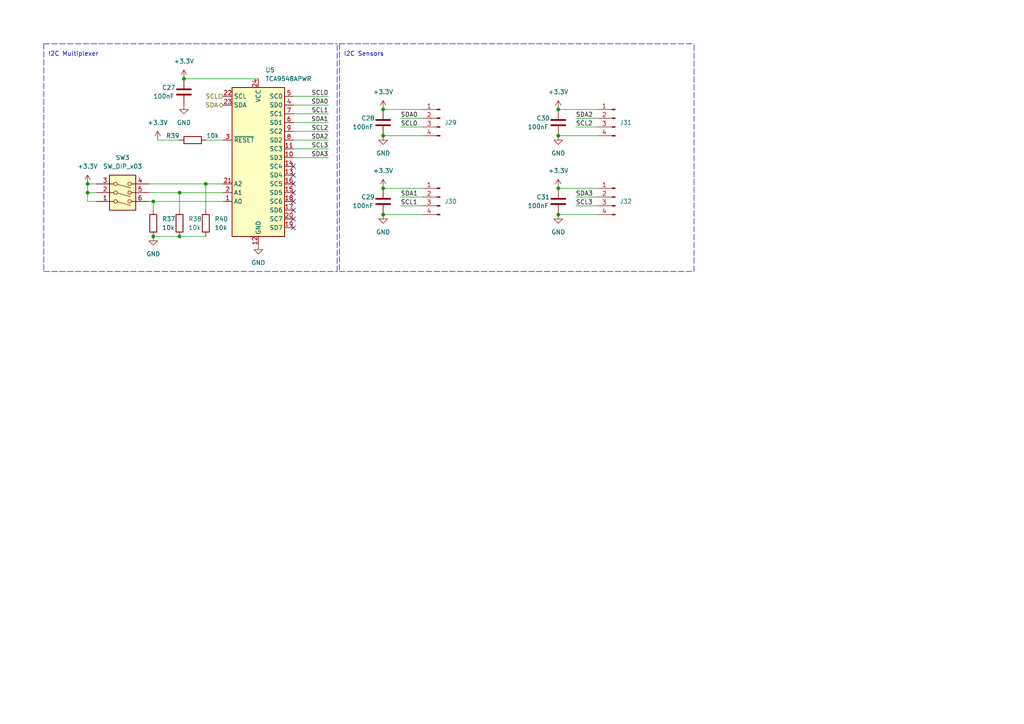
<source format=kicad_sch>
(kicad_sch (version 20211123) (generator eeschema)
  (paper "A4")
  (title_block (title "Carte Actuators") (date "2023-03-13") (rev "V2.0"))
  (lib_symbols
    (symbol "Connector:Conn_01x04_Male" (pin_names (offset 1.016) hide)
      (property "Reference" "J" (at 0 5.08 0))
      (property "Value" "Conn_01x04_Male" (at 0 -7.62 0))
      (symbol "Conn_01x04_Male_1_1"
        (polyline (pts (xy 1.27 -5.08) (xy 0.8636 -5.08)) (stroke (width 0.1524)))
        (polyline (pts (xy 1.27 -2.54) (xy 0.8636 -2.54)) (stroke (width 0.1524)))
        (polyline (pts (xy 1.27 0) (xy 0.8636 0)) (stroke (width 0.1524)))
        (polyline (pts (xy 1.27 2.54) (xy 0.8636 2.54)) (stroke (width 0.1524)))
        (rectangle (start 0.8636 -4.953) (end 0 -5.207) (stroke (width 0.1524)) (fill (type outline)))
        (rectangle (start 0.8636 -2.413) (end 0 -2.667) (stroke (width 0.1524)) (fill (type outline)))
        (rectangle (start 0.8636 0.127) (end 0 -0.127) (stroke (width 0.1524)) (fill (type outline)))
        (rectangle (start 0.8636 2.667) (end 0 2.413) (stroke (width 0.1524)) (fill (type outline)))
        (pin passive line (at 5.08 2.54 180) (length 3.81) (name "Pin_1") (number "1"))
        (pin passive line (at 5.08 0 180) (length 3.81) (name "Pin_2") (number "2"))
        (pin passive line (at 5.08 -2.54 180) (length 3.81) (name "Pin_3") (number "3"))
        (pin passive line (at 5.08 -5.08 180) (length 3.81) (name "Pin_4") (number "4"))
      )
    )
    (symbol "Device:C" (pin_numbers hide) (pin_names (offset 0.254))
      (property "Reference" "C" (at 0.635 2.54 0))
      (property "Value" "C" (at 0.635 -2.54 0))
      (symbol "C_0_1"
        (polyline (pts (xy -2.032 -0.762) (xy 2.032 -0.762)) (stroke (width 0.508)))
        (polyline (pts (xy -2.032 0.762) (xy 2.032 0.762)) (stroke (width 0.508)))
      )
      (symbol "C_1_1"
        (pin passive line (at 0 3.81 270) (length 2.794) (name "~") (number "1"))
        (pin passive line (at 0 -3.81 90) (length 2.794) (name "~") (number "2"))
      )
    )
    (symbol "Device:R" (pin_numbers hide) (pin_names (offset 0))
      (property "Reference" "R" (at 2.032 0 90))
      (property "Value" "R" (at 0 0 90))
      (symbol "R_0_1"
        (rectangle (start -1.016 -2.54) (end 1.016 2.54) (stroke (width 0.254)))
      )
      (symbol "R_1_1"
        (pin passive line (at 0 3.81 270) (length 1.27) (name "~") (number "1"))
        (pin passive line (at 0 -3.81 90) (length 1.27) (name "~") (number "2"))
      )
    )
    (symbol "Interface_Expansion:TCA9548APWR"
      (property "Reference" "U" (at -7.62 21.59 0))
      (property "Value" "TCA9548APWR" (at 1.016 21.59 0))
      (symbol "TCA9548APWR_0_1"
        (rectangle (start -7.62 20.32) (end 7.62 -22.86) (stroke (width 0.254)) (fill (type background)))
      )
      (symbol "TCA9548APWR_1_1"
        (pin input line (at -10.16 -12.7 0) (length 2.54) (name "A0") (number "1"))
        (pin bidirectional line (at 10.16 0 180) (length 2.54) (name "SD3") (number "10"))
        (pin output line (at 10.16 2.54 180) (length 2.54) (name "SC3") (number "11"))
        (pin power_in line (at 0 -25.4 90) (length 2.54) (name "GND") (number "12"))
        (pin bidirectional line (at 10.16 -5.08 180) (length 2.54) (name "SD4") (number "13"))
        (pin output line (at 10.16 -2.54 180) (length 2.54) (name "SC4") (number "14"))
        (pin bidirectional line (at 10.16 -10.16 180) (length 2.54) (name "SD5") (number "15"))
        (pin output line (at 10.16 -7.62 180) (length 2.54) (name "SC5") (number "16"))
        (pin bidirectional line (at 10.16 -15.24 180) (length 2.54) (name "SD6") (number "17"))
        (pin output line (at 10.16 -12.7 180) (length 2.54) (name "SC6") (number "18"))
        (pin bidirectional line (at 10.16 -20.32 180) (length 2.54) (name "SD7") (number "19"))
        (pin input line (at -10.16 -10.16 0) (length 2.54) (name "A1") (number "2"))
        (pin output line (at 10.16 -17.78 180) (length 2.54) (name "SC7") (number "20"))
        (pin input line (at -10.16 -7.62 0) (length 2.54) (name "A2") (number "21"))
        (pin input line (at -10.16 17.78 0) (length 2.54) (name "SCL") (number "22"))
        (pin bidirectional line (at -10.16 15.24 0) (length 2.54) (name "SDA") (number "23"))
        (pin power_in line (at 0 22.86 270) (length 2.54) (name "VCC") (number "24"))
        (pin input line (at -10.16 5.08 0) (length 2.54) (name "~{RESET}") (number "3"))
        (pin bidirectional line (at 10.16 15.24 180) (length 2.54) (name "SD0") (number "4"))
        (pin output line (at 10.16 17.78 180) (length 2.54) (name "SC0") (number "5"))
        (pin bidirectional line (at 10.16 10.16 180) (length 2.54) (name "SD1") (number "6"))
        (pin output line (at 10.16 12.7 180) (length 2.54) (name "SC1") (number "7"))
        (pin bidirectional line (at 10.16 5.08 180) (length 2.54) (name "SD2") (number "8"))
        (pin output line (at 10.16 7.62 180) (length 2.54) (name "SC2") (number "9"))
      )
    )
    (symbol "Switch:SW_DIP_x03" (pin_names (offset 0) hide)
      (property "Reference" "SW" (at 0 8.89 0))
      (property "Value" "SW_DIP_x03" (at 0 -3.81 0))
      (symbol "SW_DIP_x03_0_0"
        (circle (center -2.032 0) (radius 0.508))
        (circle (center -2.032 2.54) (radius 0.508))
        (circle (center -2.032 5.08) (radius 0.508))
        (polyline (pts (xy -1.524 0.127) (xy 2.3622 1.1684)))
        (polyline (pts (xy -1.524 2.667) (xy 2.3622 3.7084)))
        (polyline (pts (xy -1.524 5.207) (xy 2.3622 6.2484)))
        (circle (center 2.032 0) (radius 0.508))
        (circle (center 2.032 2.54) (radius 0.508))
        (circle (center 2.032 5.08) (radius 0.508))
      )
      (symbol "SW_DIP_x03_0_1"
        (rectangle (start -3.81 7.62) (end 3.81 -2.54) (stroke (width 0.254)) (fill (type background)))
      )
      (symbol "SW_DIP_x03_1_1"
        (pin passive line (at -7.62 5.08 0) (length 5.08) (name "~") (number "1"))
        (pin passive line (at -7.62 2.54 0) (length 5.08) (name "~") (number "2"))
        (pin passive line (at -7.62 0 0) (length 5.08) (name "~") (number "3"))
        (pin passive line (at 7.62 0 180) (length 5.08) (name "~") (number "4"))
        (pin passive line (at 7.62 2.54 180) (length 5.08) (name "~") (number "5"))
        (pin passive line (at 7.62 5.08 180) (length 5.08) (name "~") (number "6"))
      )
    )
    (symbol "power:+3.3V" (power) (pin_names (offset 0))
      (property "Value" "+3.3V" (at 0 3.556 0))
      (symbol "+3.3V_0_1"
        (polyline (pts (xy -0.762 1.27) (xy 0 2.54)))
        (polyline (pts (xy 0 0) (xy 0 2.54)))
        (polyline (pts (xy 0 2.54) (xy 0.762 1.27)))
      )
      (symbol "+3.3V_1_1"
        (pin power_in line (at 0 0 90) (length 0) hide (name "+3.3V") (number "1"))
      )
    )
    (symbol "power:GND" (power) (pin_names (offset 0))
      (property "Value" "GND" (at 0 -3.81 0))
      (symbol "GND_0_1"
        (polyline (pts (xy 0 0) (xy 0 -1.27) (xy 1.27 -1.27) (xy 0 -2.54) (xy -1.27 -1.27) (xy 0 -1.27)))
      )
      (symbol "GND_1_1"
        (pin power_in line (at 0 0 270) (length 0) hide (name "GND") (number "1"))
      )
    )
  )
  (junction (at 53.34 22.86))
  (junction (at 44.45 68.58))
  (junction (at 52.07 55.88))
  (junction (at 111.125 31.75))
  (junction (at 161.925 39.37))
  (junction (at 111.125 54.61))
  (junction (at 161.925 31.75))
  (junction (at 161.925 54.61))
  (junction (at 59.69 53.34))
  (junction (at 111.125 39.37))
  (junction (at 111.125 62.23))
  (junction (at 52.07 68.58))
  (junction (at 44.45 58.42))
  (junction (at 161.925 62.23))
  (junction (at 25.4 55.88))
  (junction (at 25.4 53.34))
  (no_connect (at 85.09 53.34))
  (no_connect (at 85.09 48.26))
  (no_connect (at 85.09 63.5))
  (no_connect (at 85.09 66.04))
  (no_connect (at 85.09 55.88))
  (no_connect (at 85.09 60.96))
  (no_connect (at 85.09 50.8))
  (no_connect (at 85.09 58.42))
  (wire (pts (xy 122.555 36.83) (xy 116.205 36.83)))
  (polyline (pts (xy 98.425 12.7) (xy 201.295 12.7)))
  (wire (pts (xy 85.09 33.02) (xy 95.25 33.02)))
  (wire (pts (xy 25.4 55.88) (xy 27.94 55.88)))
  (polyline (pts (xy 12.7 12.7) (xy 97.79 12.7)))
  (wire (pts (xy 85.09 40.64) (xy 95.25 40.64)))
  (wire (pts (xy 59.69 40.64) (xy 64.77 40.64)))
  (wire (pts (xy 59.69 53.34) (xy 59.69 60.96)))
  (wire (pts (xy 122.555 34.29) (xy 116.205 34.29)))
  (wire (pts (xy 111.125 62.23) (xy 122.555 62.23)))
  (polyline (pts (xy 97.79 78.74) (xy 97.79 12.7)))
  (polyline (pts (xy 98.425 12.7) (xy 98.425 78.74)))
  (polyline (pts (xy 201.295 78.74) (xy 201.295 12.7)))
  (wire (pts (xy 52.07 55.88) (xy 64.77 55.88)))
  (wire (pts (xy 173.355 36.83) (xy 167.005 36.83)))
  (wire (pts (xy 43.18 58.42) (xy 44.45 58.42)))
  (wire (pts (xy 122.555 59.69) (xy 116.205 59.69)))
  (wire (pts (xy 25.4 53.34) (xy 27.94 53.34)))
  (wire (pts (xy 52.07 55.88) (xy 52.07 60.96)))
  (wire (pts (xy 122.555 57.15) (xy 116.205 57.15)))
  (wire (pts (xy 111.125 31.75) (xy 122.555 31.75)))
  (wire (pts (xy 52.07 68.58) (xy 59.69 68.58)))
  (wire (pts (xy 44.45 68.58) (xy 52.07 68.58)))
  (wire (pts (xy 27.94 58.42) (xy 25.4 58.42)))
  (wire (pts (xy 25.4 55.88) (xy 25.4 53.34)))
  (wire (pts (xy 43.18 55.88) (xy 52.07 55.88)))
  (wire (pts (xy 85.09 27.94) (xy 95.25 27.94)))
  (wire (pts (xy 111.125 54.61) (xy 122.555 54.61)))
  (wire (pts (xy 53.34 22.86) (xy 74.93 22.86)))
  (wire (pts (xy 85.09 38.1) (xy 95.25 38.1)))
  (wire (pts (xy 85.09 45.72) (xy 95.25 45.72)))
  (wire (pts (xy 45.72 40.64) (xy 52.07 40.64)))
  (wire (pts (xy 173.355 34.29) (xy 167.005 34.29)))
  (wire (pts (xy 59.69 53.34) (xy 64.77 53.34)))
  (wire (pts (xy 161.925 62.23) (xy 173.355 62.23)))
  (wire (pts (xy 44.45 58.42) (xy 44.45 60.96)))
  (polyline (pts (xy 12.7 78.74) (xy 97.79 78.74)))
  (wire (pts (xy 25.4 58.42) (xy 25.4 55.88)))
  (wire (pts (xy 111.125 39.37) (xy 122.555 39.37)))
  (wire (pts (xy 161.925 39.37) (xy 173.355 39.37)))
  (wire (pts (xy 173.355 57.15) (xy 167.005 57.15)))
  (wire (pts (xy 85.09 35.56) (xy 95.25 35.56)))
  (wire (pts (xy 85.09 30.48) (xy 95.25 30.48)))
  (polyline (pts (xy 12.7 12.7) (xy 12.7 78.74)))
  (wire (pts (xy 44.45 58.42) (xy 64.77 58.42)))
  (polyline (pts (xy 98.425 78.74) (xy 201.295 78.74)))
  (wire (pts (xy 161.925 54.61) (xy 173.355 54.61)))
  (wire (pts (xy 43.18 53.34) (xy 59.69 53.34)))
  (wire (pts (xy 161.925 31.75) (xy 173.355 31.75)))
  (wire (pts (xy 85.09 43.18) (xy 95.25 43.18)))
  (wire (pts (xy 173.355 59.69) (xy 167.005 59.69)))
  (text "I2C Multiplexer" (at 13.97 16.51 0) (effects (font (size 1.27 1.27)) (justify left bottom)))
  (text "I2C Sensors" (at 99.695 16.51 0) (effects (font (size 1.27 1.27)) (justify left bottom)))
  (label "SDA0" (at 95.25 30.48 180))
  (label "SDA0" (at 116.205 34.29 0))
  (label "SDA3" (at 167.005 57.15 0))
  (label "SCL1" (at 95.25 33.02 180))
  (label "SCL3" (at 167.005 59.69 0))
  (label "SDA1" (at 95.25 35.56 180))
  (label "SDA3" (at 95.25 45.72 180))
  (label "SDA2" (at 95.25 40.64 180))
  (label "SCL2" (at 95.25 38.1 180))
  (label "SCL0" (at 116.205 36.83 0))
  (label "SCL3" (at 95.25 43.18 180))
  (label "SCL0" (at 95.25 27.94 180))
  (label "SDA2" (at 167.005 34.29 0))
  (label "SCL2" (at 167.005 36.83 0))
  (label "SDA1" (at 116.205 57.15 0))
  (label "SCL1" (at 116.205 59.69 0))
  (hierarchical_label "SCL" (shape input) (at 64.77 27.94 180))
  (hierarchical_label "SDA" (shape bidirectional) (at 64.77 30.48 180))
  (symbol (lib_id "power:+3.3V") (at 111.125 54.61 0) (unit 1)
    (property "Reference" "#PWR0106" (effects hide))
    (property "Value" "+3.3V" (at 111.125 49.53 0))
  )
  (symbol (lib_id "Switch:SW_DIP_x03") (at 35.56 53.34 0) (mirror x) (unit 1)
    (property "Reference" "SW3" (at 35.56 45.72 0))
    (property "Value" "SW_DIP_x03" (at 35.56 48.26 0))
    (property "Footprint" "Button_Switch_SMD:SW_DIP_SPSTx03_Slide_KingTek_DSHP03TS_W7.62mm_P1.27mm" (effects hide))
  )
  (symbol (lib_id "Device:C") (at 161.925 58.42 0) (mirror y) (unit 1)
    (property "Reference" "C31" (at 155.575 57.15 0) (effects (justify right)))
    (property "Value" "100nF" (at 153.035 59.69 0) (effects (justify right)))
    (property "Footprint" "Capacitor_SMD:C_0603_1608Metric" (effects hide))
  )
  (symbol (lib_id "Connector:Conn_01x04_Male") (at 178.435 57.15 0) (mirror y) (unit 1)
    (property "Reference" "J32" (at 179.705 58.42 0) (effects (justify right)))
    (property "Value" "Conn_01x04_Male" (effects hide))
    (property "Footprint" "ConnectorsEvo:B04B-PASK" (effects hide))
  )
  (symbol (lib_id "Device:R") (at 44.45 64.77 0) (unit 1)
    (property "Reference" "R37" (at 46.99 63.4999 0) (effects (justify left)))
    (property "Value" "10k" (at 46.99 66.0399 0) (effects (justify left)))
    (property "Footprint" "Resistor_SMD:R_0603_1608Metric" (effects hide))
  )
  (symbol (lib_id "power:GND") (at 111.125 39.37 0) (unit 1)
    (property "Reference" "#PWR0105" (effects hide))
    (property "Value" "GND" (at 111.125 44.45 0))
  )
  (symbol (lib_id "power:GND") (at 53.34 30.48 0) (unit 1)
    (property "Reference" "#PWR0102" (effects hide))
    (property "Value" "GND" (at 53.34 35.56 0))
  )
  (symbol (lib_id "Connector:Conn_01x04_Male") (at 127.635 57.15 0) (mirror y) (unit 1)
    (property "Reference" "J30" (at 128.905 58.42 0) (effects (justify right)))
    (property "Value" "Conn_01x04_Male" (effects hide))
    (property "Footprint" "ConnectorsEvo:B04B-PASK" (effects hide))
  )
  (symbol (lib_id "power:+3.3V") (at 25.4 53.34 0) (unit 1)
    (property "Reference" "#PWR098" (effects hide))
    (property "Value" "+3.3V" (at 25.4 48.26 0))
  )
  (symbol (lib_id "Connector:Conn_01x04_Male") (at 178.435 34.29 0) (mirror y) (unit 1)
    (property "Reference" "J31" (at 179.705 35.56 0) (effects (justify right)))
    (property "Value" "Conn_01x04_Male" (effects hide))
    (property "Footprint" "ConnectorsEvo:B04B-PASK" (effects hide))
  )
  (symbol (lib_id "power:+3.3V") (at 53.34 22.86 0) (unit 1)
    (property "Reference" "#PWR0101" (effects hide))
    (property "Value" "+3.3V" (at 53.34 17.78 0))
  )
  (symbol (lib_id "power:+3.3V") (at 45.72 40.64 0) (unit 1)
    (property "Reference" "#PWR0100" (effects hide))
    (property "Value" "+3.3V" (at 45.72 35.56 0))
  )
  (symbol (lib_id "Device:R") (at 59.69 64.77 0) (unit 1)
    (property "Reference" "R40" (at 62.23 63.4999 0) (effects (justify left)))
    (property "Value" "10k" (at 62.23 66.0399 0) (effects (justify left)))
    (property "Footprint" "Resistor_SMD:R_0603_1608Metric" (effects hide))
  )
  (symbol (lib_id "power:+3.3V") (at 111.125 31.75 0) (unit 1)
    (property "Reference" "#PWR0104" (effects hide))
    (property "Value" "+3.3V" (at 111.125 26.67 0))
  )
  (symbol (lib_id "Device:C") (at 111.125 35.56 0) (mirror y) (unit 1)
    (property "Reference" "C28" (at 104.775 34.29 0) (effects (justify right)))
    (property "Value" "100nF" (at 102.235 36.83 0) (effects (justify right)))
    (property "Footprint" "Capacitor_SMD:C_0603_1608Metric" (effects hide))
  )
  (symbol (lib_id "power:GND") (at 111.125 62.23 0) (unit 1)
    (property "Reference" "#PWR0107" (effects hide))
    (property "Value" "GND" (at 111.125 67.31 0))
  )
  (symbol (lib_id "Connector:Conn_01x04_Male") (at 127.635 34.29 0) (mirror y) (unit 1)
    (property "Reference" "J29" (at 128.905 35.56 0) (effects (justify right)))
    (property "Value" "Conn_01x04_Male" (effects hide))
    (property "Footprint" "ConnectorsEvo:B04B-PASK" (effects hide))
  )
  (symbol (lib_id "power:GND") (at 44.45 68.58 0) (unit 1)
    (property "Reference" "#PWR099" (effects hide))
    (property "Value" "GND" (at 44.45 73.66 0))
  )
  (symbol (lib_id "power:+3.3V") (at 161.925 31.75 0) (unit 1)
    (property "Reference" "#PWR0108" (effects hide))
    (property "Value" "+3.3V" (at 161.925 26.67 0))
  )
  (symbol (lib_id "Device:C") (at 111.125 58.42 0) (mirror y) (unit 1)
    (property "Reference" "C29" (at 104.775 57.15 0) (effects (justify right)))
    (property "Value" "100nF" (at 102.235 59.69 0) (effects (justify right)))
    (property "Footprint" "Capacitor_SMD:C_0603_1608Metric" (effects hide))
  )
  (symbol (lib_id "Interface_Expansion:TCA9548APWR") (at 74.93 45.72 0) (unit 1)
    (property "Reference" "U5" (at 76.9494 20.32 0) (effects (justify left)))
    (property "Value" "TCA9548APWR" (at 76.9494 22.86 0) (effects (justify left)))
    (property "Footprint" "Package_SO:TSSOP-24_4.4x7.8mm_P0.65mm" (effects hide))
    (property "Datasheet" "http://www.ti.com/lit/ds/symlink/tca9548a.pdf" (effects hide))
  )
  (symbol (lib_id "power:+3.3V") (at 161.925 54.61 0) (unit 1)
    (property "Reference" "#PWR0110" (effects hide))
    (property "Value" "+3.3V" (at 161.925 49.53 0))
  )
  (symbol (lib_id "Device:R") (at 52.07 64.77 0) (unit 1)
    (property "Reference" "R38" (at 54.61 63.4999 0) (effects (justify left)))
    (property "Value" "10k" (at 54.61 66.0399 0) (effects (justify left)))
    (property "Footprint" "Resistor_SMD:R_0603_1608Metric" (effects hide))
  )
  (symbol (lib_id "power:GND") (at 161.925 39.37 0) (unit 1)
    (property "Reference" "#PWR0109" (effects hide))
    (property "Value" "GND" (at 161.925 44.45 0))
  )
  (symbol (lib_id "Device:C") (at 161.925 35.56 0) (mirror y) (unit 1)
    (property "Reference" "C30" (at 155.575 34.29 0) (effects (justify right)))
    (property "Value" "100nF" (at 153.035 36.83 0) (effects (justify right)))
    (property "Footprint" "Capacitor_SMD:C_0603_1608Metric" (effects hide))
  )
  (symbol (lib_id "Device:R") (at 55.88 40.64 90) (unit 1)
    (property "Reference" "R39" (at 52.07 39.37 90) (effects (justify left)))
    (property "Value" "10k" (at 63.5 39.37 90) (effects (justify left)))
    (property "Footprint" "Resistor_SMD:R_0603_1608Metric" (effects hide))
  )
  (symbol (lib_id "power:GND") (at 74.93 71.12 0) (unit 1)
    (property "Reference" "#PWR0103" (effects hide))
    (property "Value" "GND" (at 74.93 76.2 0))
  )
  (symbol (lib_id "Device:C") (at 53.34 26.67 0) (mirror y) (unit 1)
    (property "Reference" "C27" (at 46.99 25.4 0) (effects (justify right)))
    (property "Value" "100nF" (at 44.45 27.94 0) (effects (justify right)))
    (property "Footprint" "Capacitor_SMD:C_0603_1608Metric" (effects hide))
  )
  (symbol (lib_id "power:GND") (at 161.925 62.23 0) (unit 1)
    (property "Reference" "#PWR0111" (effects hide))
    (property "Value" "GND" (at 161.925 67.31 0))
  )
)
</source>
